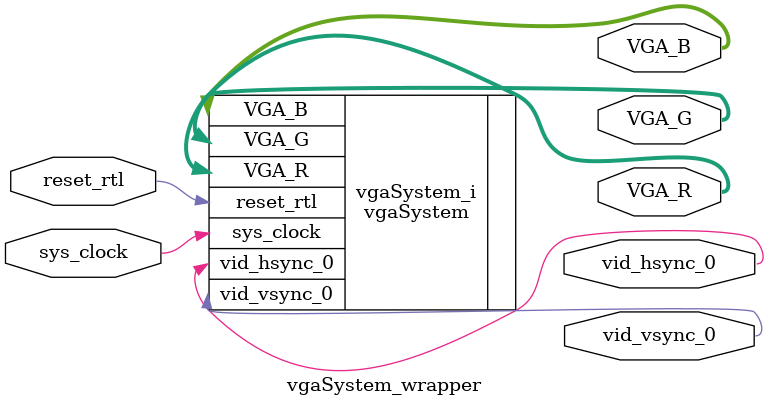
<source format=v>
`timescale 1 ps / 1 ps

module vgaSystem_wrapper
   (VGA_B,
    VGA_G,
    VGA_R,
    reset_rtl,
    sys_clock,
    vid_hsync_0,
    vid_vsync_0);
  output [3:0]VGA_B;
  output [3:0]VGA_G;
  output [3:0]VGA_R;
  input reset_rtl;
  input sys_clock;
  output vid_hsync_0;
  output vid_vsync_0;

  wire [3:0]VGA_B;
  wire [3:0]VGA_G;
  wire [3:0]VGA_R;
  wire reset_rtl;
  wire sys_clock;
  wire vid_hsync_0;
  wire vid_vsync_0;

  vgaSystem vgaSystem_i
       (.VGA_B(VGA_B),
        .VGA_G(VGA_G),
        .VGA_R(VGA_R),
        .reset_rtl(reset_rtl),
        .sys_clock(sys_clock),
        .vid_hsync_0(vid_hsync_0),
        .vid_vsync_0(vid_vsync_0));
endmodule

</source>
